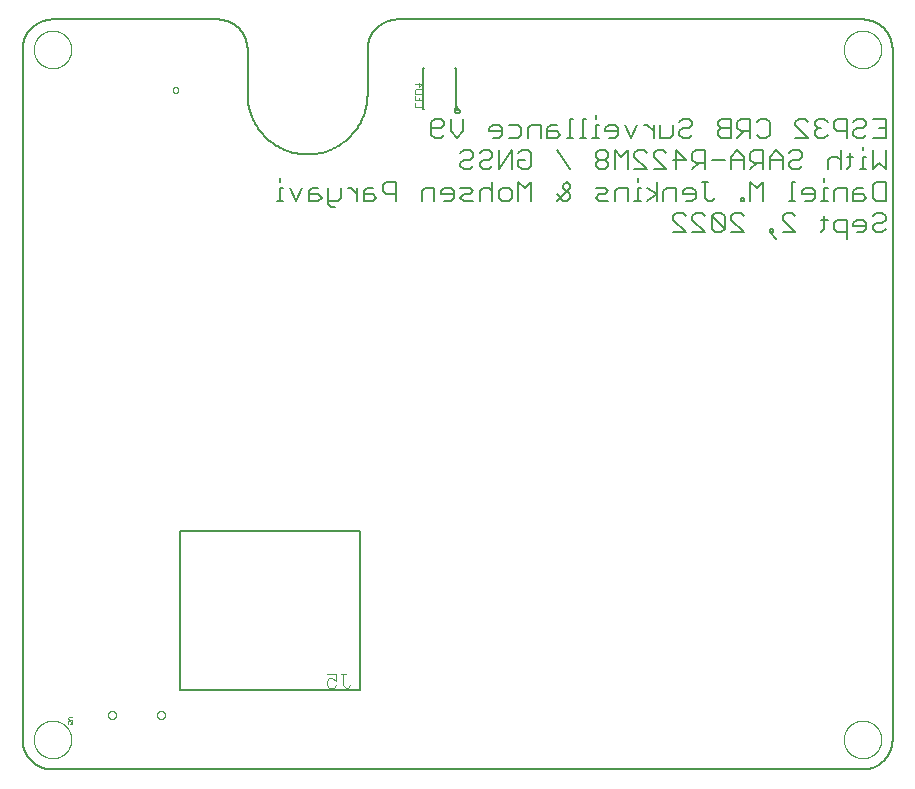
<source format=gbo>
G75*
%MOIN*%
%OFA0B0*%
%FSLAX25Y25*%
%IPPOS*%
%LPD*%
%AMOC8*
5,1,8,0,0,1.08239X$1,22.5*
%
%ADD10C,0.00100*%
%ADD11C,0.00000*%
%ADD12C,0.00500*%
%ADD13C,0.00600*%
%ADD14C,0.00200*%
%ADD15C,0.00787*%
%ADD16C,0.00400*%
D10*
X0017100Y0017674D02*
X0017350Y0017424D01*
X0017100Y0017674D02*
X0017100Y0018175D01*
X0017350Y0018425D01*
X0017851Y0018425D01*
X0018101Y0018175D01*
X0018101Y0017924D01*
X0017851Y0017424D01*
X0018601Y0017424D01*
X0018601Y0018425D01*
X0018601Y0018897D02*
X0017600Y0018897D01*
X0017100Y0019398D01*
X0017600Y0019898D01*
X0018601Y0019898D01*
D11*
X0005800Y0012374D02*
X0005802Y0012532D01*
X0005808Y0012689D01*
X0005818Y0012847D01*
X0005832Y0013004D01*
X0005850Y0013160D01*
X0005871Y0013317D01*
X0005897Y0013472D01*
X0005927Y0013627D01*
X0005960Y0013781D01*
X0005998Y0013934D01*
X0006039Y0014087D01*
X0006084Y0014238D01*
X0006133Y0014388D01*
X0006186Y0014536D01*
X0006242Y0014684D01*
X0006303Y0014829D01*
X0006366Y0014974D01*
X0006434Y0015116D01*
X0006505Y0015257D01*
X0006579Y0015396D01*
X0006657Y0015533D01*
X0006739Y0015668D01*
X0006823Y0015801D01*
X0006912Y0015932D01*
X0007003Y0016060D01*
X0007098Y0016187D01*
X0007195Y0016310D01*
X0007296Y0016432D01*
X0007400Y0016550D01*
X0007507Y0016666D01*
X0007617Y0016779D01*
X0007729Y0016890D01*
X0007845Y0016997D01*
X0007963Y0017102D01*
X0008083Y0017204D01*
X0008206Y0017302D01*
X0008332Y0017398D01*
X0008460Y0017490D01*
X0008590Y0017579D01*
X0008722Y0017665D01*
X0008857Y0017747D01*
X0008994Y0017826D01*
X0009132Y0017901D01*
X0009272Y0017973D01*
X0009415Y0018041D01*
X0009558Y0018106D01*
X0009704Y0018167D01*
X0009851Y0018224D01*
X0009999Y0018278D01*
X0010149Y0018328D01*
X0010299Y0018374D01*
X0010451Y0018416D01*
X0010604Y0018455D01*
X0010758Y0018489D01*
X0010913Y0018520D01*
X0011068Y0018546D01*
X0011224Y0018569D01*
X0011381Y0018588D01*
X0011538Y0018603D01*
X0011695Y0018614D01*
X0011853Y0018621D01*
X0012011Y0018624D01*
X0012168Y0018623D01*
X0012326Y0018618D01*
X0012483Y0018609D01*
X0012641Y0018596D01*
X0012797Y0018579D01*
X0012954Y0018558D01*
X0013109Y0018534D01*
X0013264Y0018505D01*
X0013419Y0018472D01*
X0013572Y0018436D01*
X0013725Y0018395D01*
X0013876Y0018351D01*
X0014026Y0018303D01*
X0014175Y0018252D01*
X0014323Y0018196D01*
X0014469Y0018137D01*
X0014614Y0018074D01*
X0014757Y0018007D01*
X0014898Y0017937D01*
X0015037Y0017864D01*
X0015175Y0017787D01*
X0015311Y0017706D01*
X0015444Y0017622D01*
X0015575Y0017535D01*
X0015704Y0017444D01*
X0015831Y0017350D01*
X0015956Y0017253D01*
X0016077Y0017153D01*
X0016197Y0017050D01*
X0016313Y0016944D01*
X0016427Y0016835D01*
X0016539Y0016723D01*
X0016647Y0016609D01*
X0016752Y0016491D01*
X0016855Y0016371D01*
X0016954Y0016249D01*
X0017050Y0016124D01*
X0017143Y0015996D01*
X0017233Y0015867D01*
X0017319Y0015735D01*
X0017403Y0015601D01*
X0017482Y0015465D01*
X0017559Y0015327D01*
X0017631Y0015187D01*
X0017700Y0015045D01*
X0017766Y0014902D01*
X0017828Y0014757D01*
X0017886Y0014610D01*
X0017941Y0014462D01*
X0017992Y0014313D01*
X0018039Y0014162D01*
X0018082Y0014011D01*
X0018121Y0013858D01*
X0018157Y0013704D01*
X0018188Y0013550D01*
X0018216Y0013395D01*
X0018240Y0013239D01*
X0018260Y0013082D01*
X0018276Y0012925D01*
X0018288Y0012768D01*
X0018296Y0012611D01*
X0018300Y0012453D01*
X0018300Y0012295D01*
X0018296Y0012137D01*
X0018288Y0011980D01*
X0018276Y0011823D01*
X0018260Y0011666D01*
X0018240Y0011509D01*
X0018216Y0011353D01*
X0018188Y0011198D01*
X0018157Y0011044D01*
X0018121Y0010890D01*
X0018082Y0010737D01*
X0018039Y0010586D01*
X0017992Y0010435D01*
X0017941Y0010286D01*
X0017886Y0010138D01*
X0017828Y0009991D01*
X0017766Y0009846D01*
X0017700Y0009703D01*
X0017631Y0009561D01*
X0017559Y0009421D01*
X0017482Y0009283D01*
X0017403Y0009147D01*
X0017319Y0009013D01*
X0017233Y0008881D01*
X0017143Y0008752D01*
X0017050Y0008624D01*
X0016954Y0008499D01*
X0016855Y0008377D01*
X0016752Y0008257D01*
X0016647Y0008139D01*
X0016539Y0008025D01*
X0016427Y0007913D01*
X0016313Y0007804D01*
X0016197Y0007698D01*
X0016077Y0007595D01*
X0015956Y0007495D01*
X0015831Y0007398D01*
X0015704Y0007304D01*
X0015575Y0007213D01*
X0015444Y0007126D01*
X0015311Y0007042D01*
X0015175Y0006961D01*
X0015037Y0006884D01*
X0014898Y0006811D01*
X0014757Y0006741D01*
X0014614Y0006674D01*
X0014469Y0006611D01*
X0014323Y0006552D01*
X0014175Y0006496D01*
X0014026Y0006445D01*
X0013876Y0006397D01*
X0013725Y0006353D01*
X0013572Y0006312D01*
X0013419Y0006276D01*
X0013264Y0006243D01*
X0013109Y0006214D01*
X0012954Y0006190D01*
X0012797Y0006169D01*
X0012641Y0006152D01*
X0012483Y0006139D01*
X0012326Y0006130D01*
X0012168Y0006125D01*
X0012011Y0006124D01*
X0011853Y0006127D01*
X0011695Y0006134D01*
X0011538Y0006145D01*
X0011381Y0006160D01*
X0011224Y0006179D01*
X0011068Y0006202D01*
X0010913Y0006228D01*
X0010758Y0006259D01*
X0010604Y0006293D01*
X0010451Y0006332D01*
X0010299Y0006374D01*
X0010149Y0006420D01*
X0009999Y0006470D01*
X0009851Y0006524D01*
X0009704Y0006581D01*
X0009558Y0006642D01*
X0009415Y0006707D01*
X0009272Y0006775D01*
X0009132Y0006847D01*
X0008994Y0006922D01*
X0008857Y0007001D01*
X0008722Y0007083D01*
X0008590Y0007169D01*
X0008460Y0007258D01*
X0008332Y0007350D01*
X0008206Y0007446D01*
X0008083Y0007544D01*
X0007963Y0007646D01*
X0007845Y0007751D01*
X0007729Y0007858D01*
X0007617Y0007969D01*
X0007507Y0008082D01*
X0007400Y0008198D01*
X0007296Y0008316D01*
X0007195Y0008438D01*
X0007098Y0008561D01*
X0007003Y0008688D01*
X0006912Y0008816D01*
X0006823Y0008947D01*
X0006739Y0009080D01*
X0006657Y0009215D01*
X0006579Y0009352D01*
X0006505Y0009491D01*
X0006434Y0009632D01*
X0006366Y0009774D01*
X0006303Y0009919D01*
X0006242Y0010064D01*
X0006186Y0010212D01*
X0006133Y0010360D01*
X0006084Y0010510D01*
X0006039Y0010661D01*
X0005998Y0010814D01*
X0005960Y0010967D01*
X0005927Y0011121D01*
X0005897Y0011276D01*
X0005871Y0011431D01*
X0005850Y0011588D01*
X0005832Y0011744D01*
X0005818Y0011901D01*
X0005808Y0012059D01*
X0005802Y0012216D01*
X0005800Y0012374D01*
X0030503Y0020520D02*
X0030505Y0020594D01*
X0030511Y0020668D01*
X0030521Y0020741D01*
X0030535Y0020814D01*
X0030552Y0020886D01*
X0030574Y0020956D01*
X0030599Y0021026D01*
X0030628Y0021094D01*
X0030661Y0021160D01*
X0030697Y0021225D01*
X0030737Y0021287D01*
X0030779Y0021348D01*
X0030825Y0021406D01*
X0030874Y0021461D01*
X0030926Y0021514D01*
X0030981Y0021564D01*
X0031038Y0021610D01*
X0031098Y0021654D01*
X0031160Y0021694D01*
X0031224Y0021731D01*
X0031290Y0021765D01*
X0031358Y0021795D01*
X0031427Y0021821D01*
X0031498Y0021844D01*
X0031569Y0021862D01*
X0031642Y0021877D01*
X0031715Y0021888D01*
X0031789Y0021895D01*
X0031863Y0021898D01*
X0031936Y0021897D01*
X0032010Y0021892D01*
X0032084Y0021883D01*
X0032157Y0021870D01*
X0032229Y0021853D01*
X0032300Y0021833D01*
X0032370Y0021808D01*
X0032438Y0021780D01*
X0032505Y0021749D01*
X0032570Y0021713D01*
X0032633Y0021675D01*
X0032694Y0021633D01*
X0032753Y0021587D01*
X0032809Y0021539D01*
X0032862Y0021488D01*
X0032912Y0021434D01*
X0032960Y0021377D01*
X0033004Y0021318D01*
X0033046Y0021256D01*
X0033084Y0021193D01*
X0033118Y0021127D01*
X0033149Y0021060D01*
X0033176Y0020991D01*
X0033199Y0020921D01*
X0033219Y0020850D01*
X0033235Y0020777D01*
X0033247Y0020704D01*
X0033255Y0020631D01*
X0033259Y0020557D01*
X0033259Y0020483D01*
X0033255Y0020409D01*
X0033247Y0020336D01*
X0033235Y0020263D01*
X0033219Y0020190D01*
X0033199Y0020119D01*
X0033176Y0020049D01*
X0033149Y0019980D01*
X0033118Y0019913D01*
X0033084Y0019847D01*
X0033046Y0019784D01*
X0033004Y0019722D01*
X0032960Y0019663D01*
X0032912Y0019606D01*
X0032862Y0019552D01*
X0032809Y0019501D01*
X0032753Y0019453D01*
X0032694Y0019407D01*
X0032633Y0019365D01*
X0032570Y0019327D01*
X0032505Y0019291D01*
X0032438Y0019260D01*
X0032370Y0019232D01*
X0032300Y0019207D01*
X0032229Y0019187D01*
X0032157Y0019170D01*
X0032084Y0019157D01*
X0032010Y0019148D01*
X0031936Y0019143D01*
X0031863Y0019142D01*
X0031789Y0019145D01*
X0031715Y0019152D01*
X0031642Y0019163D01*
X0031569Y0019178D01*
X0031498Y0019196D01*
X0031427Y0019219D01*
X0031358Y0019245D01*
X0031290Y0019275D01*
X0031224Y0019309D01*
X0031160Y0019346D01*
X0031098Y0019386D01*
X0031038Y0019430D01*
X0030981Y0019476D01*
X0030926Y0019526D01*
X0030874Y0019579D01*
X0030825Y0019634D01*
X0030779Y0019692D01*
X0030737Y0019753D01*
X0030697Y0019815D01*
X0030661Y0019880D01*
X0030628Y0019946D01*
X0030599Y0020014D01*
X0030574Y0020084D01*
X0030552Y0020154D01*
X0030535Y0020226D01*
X0030521Y0020299D01*
X0030511Y0020372D01*
X0030505Y0020446D01*
X0030503Y0020520D01*
X0046841Y0020520D02*
X0046843Y0020594D01*
X0046849Y0020668D01*
X0046859Y0020741D01*
X0046873Y0020814D01*
X0046890Y0020886D01*
X0046912Y0020956D01*
X0046937Y0021026D01*
X0046966Y0021094D01*
X0046999Y0021160D01*
X0047035Y0021225D01*
X0047075Y0021287D01*
X0047117Y0021348D01*
X0047163Y0021406D01*
X0047212Y0021461D01*
X0047264Y0021514D01*
X0047319Y0021564D01*
X0047376Y0021610D01*
X0047436Y0021654D01*
X0047498Y0021694D01*
X0047562Y0021731D01*
X0047628Y0021765D01*
X0047696Y0021795D01*
X0047765Y0021821D01*
X0047836Y0021844D01*
X0047907Y0021862D01*
X0047980Y0021877D01*
X0048053Y0021888D01*
X0048127Y0021895D01*
X0048201Y0021898D01*
X0048274Y0021897D01*
X0048348Y0021892D01*
X0048422Y0021883D01*
X0048495Y0021870D01*
X0048567Y0021853D01*
X0048638Y0021833D01*
X0048708Y0021808D01*
X0048776Y0021780D01*
X0048843Y0021749D01*
X0048908Y0021713D01*
X0048971Y0021675D01*
X0049032Y0021633D01*
X0049091Y0021587D01*
X0049147Y0021539D01*
X0049200Y0021488D01*
X0049250Y0021434D01*
X0049298Y0021377D01*
X0049342Y0021318D01*
X0049384Y0021256D01*
X0049422Y0021193D01*
X0049456Y0021127D01*
X0049487Y0021060D01*
X0049514Y0020991D01*
X0049537Y0020921D01*
X0049557Y0020850D01*
X0049573Y0020777D01*
X0049585Y0020704D01*
X0049593Y0020631D01*
X0049597Y0020557D01*
X0049597Y0020483D01*
X0049593Y0020409D01*
X0049585Y0020336D01*
X0049573Y0020263D01*
X0049557Y0020190D01*
X0049537Y0020119D01*
X0049514Y0020049D01*
X0049487Y0019980D01*
X0049456Y0019913D01*
X0049422Y0019847D01*
X0049384Y0019784D01*
X0049342Y0019722D01*
X0049298Y0019663D01*
X0049250Y0019606D01*
X0049200Y0019552D01*
X0049147Y0019501D01*
X0049091Y0019453D01*
X0049032Y0019407D01*
X0048971Y0019365D01*
X0048908Y0019327D01*
X0048843Y0019291D01*
X0048776Y0019260D01*
X0048708Y0019232D01*
X0048638Y0019207D01*
X0048567Y0019187D01*
X0048495Y0019170D01*
X0048422Y0019157D01*
X0048348Y0019148D01*
X0048274Y0019143D01*
X0048201Y0019142D01*
X0048127Y0019145D01*
X0048053Y0019152D01*
X0047980Y0019163D01*
X0047907Y0019178D01*
X0047836Y0019196D01*
X0047765Y0019219D01*
X0047696Y0019245D01*
X0047628Y0019275D01*
X0047562Y0019309D01*
X0047498Y0019346D01*
X0047436Y0019386D01*
X0047376Y0019430D01*
X0047319Y0019476D01*
X0047264Y0019526D01*
X0047212Y0019579D01*
X0047163Y0019634D01*
X0047117Y0019692D01*
X0047075Y0019753D01*
X0047035Y0019815D01*
X0046999Y0019880D01*
X0046966Y0019946D01*
X0046937Y0020014D01*
X0046912Y0020084D01*
X0046890Y0020154D01*
X0046873Y0020226D01*
X0046859Y0020299D01*
X0046849Y0020372D01*
X0046843Y0020446D01*
X0046841Y0020520D01*
X0275800Y0012374D02*
X0275802Y0012532D01*
X0275808Y0012689D01*
X0275818Y0012847D01*
X0275832Y0013004D01*
X0275850Y0013160D01*
X0275871Y0013317D01*
X0275897Y0013472D01*
X0275927Y0013627D01*
X0275960Y0013781D01*
X0275998Y0013934D01*
X0276039Y0014087D01*
X0276084Y0014238D01*
X0276133Y0014388D01*
X0276186Y0014536D01*
X0276242Y0014684D01*
X0276303Y0014829D01*
X0276366Y0014974D01*
X0276434Y0015116D01*
X0276505Y0015257D01*
X0276579Y0015396D01*
X0276657Y0015533D01*
X0276739Y0015668D01*
X0276823Y0015801D01*
X0276912Y0015932D01*
X0277003Y0016060D01*
X0277098Y0016187D01*
X0277195Y0016310D01*
X0277296Y0016432D01*
X0277400Y0016550D01*
X0277507Y0016666D01*
X0277617Y0016779D01*
X0277729Y0016890D01*
X0277845Y0016997D01*
X0277963Y0017102D01*
X0278083Y0017204D01*
X0278206Y0017302D01*
X0278332Y0017398D01*
X0278460Y0017490D01*
X0278590Y0017579D01*
X0278722Y0017665D01*
X0278857Y0017747D01*
X0278994Y0017826D01*
X0279132Y0017901D01*
X0279272Y0017973D01*
X0279415Y0018041D01*
X0279558Y0018106D01*
X0279704Y0018167D01*
X0279851Y0018224D01*
X0279999Y0018278D01*
X0280149Y0018328D01*
X0280299Y0018374D01*
X0280451Y0018416D01*
X0280604Y0018455D01*
X0280758Y0018489D01*
X0280913Y0018520D01*
X0281068Y0018546D01*
X0281224Y0018569D01*
X0281381Y0018588D01*
X0281538Y0018603D01*
X0281695Y0018614D01*
X0281853Y0018621D01*
X0282011Y0018624D01*
X0282168Y0018623D01*
X0282326Y0018618D01*
X0282483Y0018609D01*
X0282641Y0018596D01*
X0282797Y0018579D01*
X0282954Y0018558D01*
X0283109Y0018534D01*
X0283264Y0018505D01*
X0283419Y0018472D01*
X0283572Y0018436D01*
X0283725Y0018395D01*
X0283876Y0018351D01*
X0284026Y0018303D01*
X0284175Y0018252D01*
X0284323Y0018196D01*
X0284469Y0018137D01*
X0284614Y0018074D01*
X0284757Y0018007D01*
X0284898Y0017937D01*
X0285037Y0017864D01*
X0285175Y0017787D01*
X0285311Y0017706D01*
X0285444Y0017622D01*
X0285575Y0017535D01*
X0285704Y0017444D01*
X0285831Y0017350D01*
X0285956Y0017253D01*
X0286077Y0017153D01*
X0286197Y0017050D01*
X0286313Y0016944D01*
X0286427Y0016835D01*
X0286539Y0016723D01*
X0286647Y0016609D01*
X0286752Y0016491D01*
X0286855Y0016371D01*
X0286954Y0016249D01*
X0287050Y0016124D01*
X0287143Y0015996D01*
X0287233Y0015867D01*
X0287319Y0015735D01*
X0287403Y0015601D01*
X0287482Y0015465D01*
X0287559Y0015327D01*
X0287631Y0015187D01*
X0287700Y0015045D01*
X0287766Y0014902D01*
X0287828Y0014757D01*
X0287886Y0014610D01*
X0287941Y0014462D01*
X0287992Y0014313D01*
X0288039Y0014162D01*
X0288082Y0014011D01*
X0288121Y0013858D01*
X0288157Y0013704D01*
X0288188Y0013550D01*
X0288216Y0013395D01*
X0288240Y0013239D01*
X0288260Y0013082D01*
X0288276Y0012925D01*
X0288288Y0012768D01*
X0288296Y0012611D01*
X0288300Y0012453D01*
X0288300Y0012295D01*
X0288296Y0012137D01*
X0288288Y0011980D01*
X0288276Y0011823D01*
X0288260Y0011666D01*
X0288240Y0011509D01*
X0288216Y0011353D01*
X0288188Y0011198D01*
X0288157Y0011044D01*
X0288121Y0010890D01*
X0288082Y0010737D01*
X0288039Y0010586D01*
X0287992Y0010435D01*
X0287941Y0010286D01*
X0287886Y0010138D01*
X0287828Y0009991D01*
X0287766Y0009846D01*
X0287700Y0009703D01*
X0287631Y0009561D01*
X0287559Y0009421D01*
X0287482Y0009283D01*
X0287403Y0009147D01*
X0287319Y0009013D01*
X0287233Y0008881D01*
X0287143Y0008752D01*
X0287050Y0008624D01*
X0286954Y0008499D01*
X0286855Y0008377D01*
X0286752Y0008257D01*
X0286647Y0008139D01*
X0286539Y0008025D01*
X0286427Y0007913D01*
X0286313Y0007804D01*
X0286197Y0007698D01*
X0286077Y0007595D01*
X0285956Y0007495D01*
X0285831Y0007398D01*
X0285704Y0007304D01*
X0285575Y0007213D01*
X0285444Y0007126D01*
X0285311Y0007042D01*
X0285175Y0006961D01*
X0285037Y0006884D01*
X0284898Y0006811D01*
X0284757Y0006741D01*
X0284614Y0006674D01*
X0284469Y0006611D01*
X0284323Y0006552D01*
X0284175Y0006496D01*
X0284026Y0006445D01*
X0283876Y0006397D01*
X0283725Y0006353D01*
X0283572Y0006312D01*
X0283419Y0006276D01*
X0283264Y0006243D01*
X0283109Y0006214D01*
X0282954Y0006190D01*
X0282797Y0006169D01*
X0282641Y0006152D01*
X0282483Y0006139D01*
X0282326Y0006130D01*
X0282168Y0006125D01*
X0282011Y0006124D01*
X0281853Y0006127D01*
X0281695Y0006134D01*
X0281538Y0006145D01*
X0281381Y0006160D01*
X0281224Y0006179D01*
X0281068Y0006202D01*
X0280913Y0006228D01*
X0280758Y0006259D01*
X0280604Y0006293D01*
X0280451Y0006332D01*
X0280299Y0006374D01*
X0280149Y0006420D01*
X0279999Y0006470D01*
X0279851Y0006524D01*
X0279704Y0006581D01*
X0279558Y0006642D01*
X0279415Y0006707D01*
X0279272Y0006775D01*
X0279132Y0006847D01*
X0278994Y0006922D01*
X0278857Y0007001D01*
X0278722Y0007083D01*
X0278590Y0007169D01*
X0278460Y0007258D01*
X0278332Y0007350D01*
X0278206Y0007446D01*
X0278083Y0007544D01*
X0277963Y0007646D01*
X0277845Y0007751D01*
X0277729Y0007858D01*
X0277617Y0007969D01*
X0277507Y0008082D01*
X0277400Y0008198D01*
X0277296Y0008316D01*
X0277195Y0008438D01*
X0277098Y0008561D01*
X0277003Y0008688D01*
X0276912Y0008816D01*
X0276823Y0008947D01*
X0276739Y0009080D01*
X0276657Y0009215D01*
X0276579Y0009352D01*
X0276505Y0009491D01*
X0276434Y0009632D01*
X0276366Y0009774D01*
X0276303Y0009919D01*
X0276242Y0010064D01*
X0276186Y0010212D01*
X0276133Y0010360D01*
X0276084Y0010510D01*
X0276039Y0010661D01*
X0275998Y0010814D01*
X0275960Y0010967D01*
X0275927Y0011121D01*
X0275897Y0011276D01*
X0275871Y0011431D01*
X0275850Y0011588D01*
X0275832Y0011744D01*
X0275818Y0011901D01*
X0275808Y0012059D01*
X0275802Y0012216D01*
X0275800Y0012374D01*
X0052066Y0228917D02*
X0052068Y0228979D01*
X0052074Y0229042D01*
X0052084Y0229103D01*
X0052098Y0229164D01*
X0052115Y0229224D01*
X0052136Y0229283D01*
X0052162Y0229340D01*
X0052190Y0229395D01*
X0052222Y0229449D01*
X0052258Y0229500D01*
X0052296Y0229550D01*
X0052338Y0229596D01*
X0052382Y0229640D01*
X0052430Y0229681D01*
X0052479Y0229719D01*
X0052531Y0229753D01*
X0052585Y0229784D01*
X0052641Y0229812D01*
X0052699Y0229836D01*
X0052758Y0229857D01*
X0052818Y0229873D01*
X0052879Y0229886D01*
X0052941Y0229895D01*
X0053003Y0229900D01*
X0053066Y0229901D01*
X0053128Y0229898D01*
X0053190Y0229891D01*
X0053252Y0229880D01*
X0053312Y0229865D01*
X0053372Y0229847D01*
X0053430Y0229825D01*
X0053487Y0229799D01*
X0053542Y0229769D01*
X0053595Y0229736D01*
X0053646Y0229700D01*
X0053694Y0229661D01*
X0053740Y0229618D01*
X0053783Y0229573D01*
X0053823Y0229525D01*
X0053860Y0229475D01*
X0053894Y0229422D01*
X0053925Y0229368D01*
X0053951Y0229312D01*
X0053975Y0229254D01*
X0053994Y0229194D01*
X0054010Y0229134D01*
X0054022Y0229072D01*
X0054030Y0229011D01*
X0054034Y0228948D01*
X0054034Y0228886D01*
X0054030Y0228823D01*
X0054022Y0228762D01*
X0054010Y0228700D01*
X0053994Y0228640D01*
X0053975Y0228580D01*
X0053951Y0228522D01*
X0053925Y0228466D01*
X0053894Y0228412D01*
X0053860Y0228359D01*
X0053823Y0228309D01*
X0053783Y0228261D01*
X0053740Y0228216D01*
X0053694Y0228173D01*
X0053646Y0228134D01*
X0053595Y0228098D01*
X0053542Y0228065D01*
X0053487Y0228035D01*
X0053430Y0228009D01*
X0053372Y0227987D01*
X0053312Y0227969D01*
X0053252Y0227954D01*
X0053190Y0227943D01*
X0053128Y0227936D01*
X0053066Y0227933D01*
X0053003Y0227934D01*
X0052941Y0227939D01*
X0052879Y0227948D01*
X0052818Y0227961D01*
X0052758Y0227977D01*
X0052699Y0227998D01*
X0052641Y0228022D01*
X0052585Y0228050D01*
X0052531Y0228081D01*
X0052479Y0228115D01*
X0052430Y0228153D01*
X0052382Y0228194D01*
X0052338Y0228238D01*
X0052296Y0228284D01*
X0052258Y0228334D01*
X0052222Y0228385D01*
X0052190Y0228439D01*
X0052162Y0228494D01*
X0052136Y0228551D01*
X0052115Y0228610D01*
X0052098Y0228670D01*
X0052084Y0228731D01*
X0052074Y0228792D01*
X0052068Y0228855D01*
X0052066Y0228917D01*
X0005800Y0242374D02*
X0005802Y0242532D01*
X0005808Y0242689D01*
X0005818Y0242847D01*
X0005832Y0243004D01*
X0005850Y0243160D01*
X0005871Y0243317D01*
X0005897Y0243472D01*
X0005927Y0243627D01*
X0005960Y0243781D01*
X0005998Y0243934D01*
X0006039Y0244087D01*
X0006084Y0244238D01*
X0006133Y0244388D01*
X0006186Y0244536D01*
X0006242Y0244684D01*
X0006303Y0244829D01*
X0006366Y0244974D01*
X0006434Y0245116D01*
X0006505Y0245257D01*
X0006579Y0245396D01*
X0006657Y0245533D01*
X0006739Y0245668D01*
X0006823Y0245801D01*
X0006912Y0245932D01*
X0007003Y0246060D01*
X0007098Y0246187D01*
X0007195Y0246310D01*
X0007296Y0246432D01*
X0007400Y0246550D01*
X0007507Y0246666D01*
X0007617Y0246779D01*
X0007729Y0246890D01*
X0007845Y0246997D01*
X0007963Y0247102D01*
X0008083Y0247204D01*
X0008206Y0247302D01*
X0008332Y0247398D01*
X0008460Y0247490D01*
X0008590Y0247579D01*
X0008722Y0247665D01*
X0008857Y0247747D01*
X0008994Y0247826D01*
X0009132Y0247901D01*
X0009272Y0247973D01*
X0009415Y0248041D01*
X0009558Y0248106D01*
X0009704Y0248167D01*
X0009851Y0248224D01*
X0009999Y0248278D01*
X0010149Y0248328D01*
X0010299Y0248374D01*
X0010451Y0248416D01*
X0010604Y0248455D01*
X0010758Y0248489D01*
X0010913Y0248520D01*
X0011068Y0248546D01*
X0011224Y0248569D01*
X0011381Y0248588D01*
X0011538Y0248603D01*
X0011695Y0248614D01*
X0011853Y0248621D01*
X0012011Y0248624D01*
X0012168Y0248623D01*
X0012326Y0248618D01*
X0012483Y0248609D01*
X0012641Y0248596D01*
X0012797Y0248579D01*
X0012954Y0248558D01*
X0013109Y0248534D01*
X0013264Y0248505D01*
X0013419Y0248472D01*
X0013572Y0248436D01*
X0013725Y0248395D01*
X0013876Y0248351D01*
X0014026Y0248303D01*
X0014175Y0248252D01*
X0014323Y0248196D01*
X0014469Y0248137D01*
X0014614Y0248074D01*
X0014757Y0248007D01*
X0014898Y0247937D01*
X0015037Y0247864D01*
X0015175Y0247787D01*
X0015311Y0247706D01*
X0015444Y0247622D01*
X0015575Y0247535D01*
X0015704Y0247444D01*
X0015831Y0247350D01*
X0015956Y0247253D01*
X0016077Y0247153D01*
X0016197Y0247050D01*
X0016313Y0246944D01*
X0016427Y0246835D01*
X0016539Y0246723D01*
X0016647Y0246609D01*
X0016752Y0246491D01*
X0016855Y0246371D01*
X0016954Y0246249D01*
X0017050Y0246124D01*
X0017143Y0245996D01*
X0017233Y0245867D01*
X0017319Y0245735D01*
X0017403Y0245601D01*
X0017482Y0245465D01*
X0017559Y0245327D01*
X0017631Y0245187D01*
X0017700Y0245045D01*
X0017766Y0244902D01*
X0017828Y0244757D01*
X0017886Y0244610D01*
X0017941Y0244462D01*
X0017992Y0244313D01*
X0018039Y0244162D01*
X0018082Y0244011D01*
X0018121Y0243858D01*
X0018157Y0243704D01*
X0018188Y0243550D01*
X0018216Y0243395D01*
X0018240Y0243239D01*
X0018260Y0243082D01*
X0018276Y0242925D01*
X0018288Y0242768D01*
X0018296Y0242611D01*
X0018300Y0242453D01*
X0018300Y0242295D01*
X0018296Y0242137D01*
X0018288Y0241980D01*
X0018276Y0241823D01*
X0018260Y0241666D01*
X0018240Y0241509D01*
X0018216Y0241353D01*
X0018188Y0241198D01*
X0018157Y0241044D01*
X0018121Y0240890D01*
X0018082Y0240737D01*
X0018039Y0240586D01*
X0017992Y0240435D01*
X0017941Y0240286D01*
X0017886Y0240138D01*
X0017828Y0239991D01*
X0017766Y0239846D01*
X0017700Y0239703D01*
X0017631Y0239561D01*
X0017559Y0239421D01*
X0017482Y0239283D01*
X0017403Y0239147D01*
X0017319Y0239013D01*
X0017233Y0238881D01*
X0017143Y0238752D01*
X0017050Y0238624D01*
X0016954Y0238499D01*
X0016855Y0238377D01*
X0016752Y0238257D01*
X0016647Y0238139D01*
X0016539Y0238025D01*
X0016427Y0237913D01*
X0016313Y0237804D01*
X0016197Y0237698D01*
X0016077Y0237595D01*
X0015956Y0237495D01*
X0015831Y0237398D01*
X0015704Y0237304D01*
X0015575Y0237213D01*
X0015444Y0237126D01*
X0015311Y0237042D01*
X0015175Y0236961D01*
X0015037Y0236884D01*
X0014898Y0236811D01*
X0014757Y0236741D01*
X0014614Y0236674D01*
X0014469Y0236611D01*
X0014323Y0236552D01*
X0014175Y0236496D01*
X0014026Y0236445D01*
X0013876Y0236397D01*
X0013725Y0236353D01*
X0013572Y0236312D01*
X0013419Y0236276D01*
X0013264Y0236243D01*
X0013109Y0236214D01*
X0012954Y0236190D01*
X0012797Y0236169D01*
X0012641Y0236152D01*
X0012483Y0236139D01*
X0012326Y0236130D01*
X0012168Y0236125D01*
X0012011Y0236124D01*
X0011853Y0236127D01*
X0011695Y0236134D01*
X0011538Y0236145D01*
X0011381Y0236160D01*
X0011224Y0236179D01*
X0011068Y0236202D01*
X0010913Y0236228D01*
X0010758Y0236259D01*
X0010604Y0236293D01*
X0010451Y0236332D01*
X0010299Y0236374D01*
X0010149Y0236420D01*
X0009999Y0236470D01*
X0009851Y0236524D01*
X0009704Y0236581D01*
X0009558Y0236642D01*
X0009415Y0236707D01*
X0009272Y0236775D01*
X0009132Y0236847D01*
X0008994Y0236922D01*
X0008857Y0237001D01*
X0008722Y0237083D01*
X0008590Y0237169D01*
X0008460Y0237258D01*
X0008332Y0237350D01*
X0008206Y0237446D01*
X0008083Y0237544D01*
X0007963Y0237646D01*
X0007845Y0237751D01*
X0007729Y0237858D01*
X0007617Y0237969D01*
X0007507Y0238082D01*
X0007400Y0238198D01*
X0007296Y0238316D01*
X0007195Y0238438D01*
X0007098Y0238561D01*
X0007003Y0238688D01*
X0006912Y0238816D01*
X0006823Y0238947D01*
X0006739Y0239080D01*
X0006657Y0239215D01*
X0006579Y0239352D01*
X0006505Y0239491D01*
X0006434Y0239632D01*
X0006366Y0239774D01*
X0006303Y0239919D01*
X0006242Y0240064D01*
X0006186Y0240212D01*
X0006133Y0240360D01*
X0006084Y0240510D01*
X0006039Y0240661D01*
X0005998Y0240814D01*
X0005960Y0240967D01*
X0005927Y0241121D01*
X0005897Y0241276D01*
X0005871Y0241431D01*
X0005850Y0241588D01*
X0005832Y0241744D01*
X0005818Y0241901D01*
X0005808Y0242059D01*
X0005802Y0242216D01*
X0005800Y0242374D01*
X0275800Y0242374D02*
X0275802Y0242532D01*
X0275808Y0242689D01*
X0275818Y0242847D01*
X0275832Y0243004D01*
X0275850Y0243160D01*
X0275871Y0243317D01*
X0275897Y0243472D01*
X0275927Y0243627D01*
X0275960Y0243781D01*
X0275998Y0243934D01*
X0276039Y0244087D01*
X0276084Y0244238D01*
X0276133Y0244388D01*
X0276186Y0244536D01*
X0276242Y0244684D01*
X0276303Y0244829D01*
X0276366Y0244974D01*
X0276434Y0245116D01*
X0276505Y0245257D01*
X0276579Y0245396D01*
X0276657Y0245533D01*
X0276739Y0245668D01*
X0276823Y0245801D01*
X0276912Y0245932D01*
X0277003Y0246060D01*
X0277098Y0246187D01*
X0277195Y0246310D01*
X0277296Y0246432D01*
X0277400Y0246550D01*
X0277507Y0246666D01*
X0277617Y0246779D01*
X0277729Y0246890D01*
X0277845Y0246997D01*
X0277963Y0247102D01*
X0278083Y0247204D01*
X0278206Y0247302D01*
X0278332Y0247398D01*
X0278460Y0247490D01*
X0278590Y0247579D01*
X0278722Y0247665D01*
X0278857Y0247747D01*
X0278994Y0247826D01*
X0279132Y0247901D01*
X0279272Y0247973D01*
X0279415Y0248041D01*
X0279558Y0248106D01*
X0279704Y0248167D01*
X0279851Y0248224D01*
X0279999Y0248278D01*
X0280149Y0248328D01*
X0280299Y0248374D01*
X0280451Y0248416D01*
X0280604Y0248455D01*
X0280758Y0248489D01*
X0280913Y0248520D01*
X0281068Y0248546D01*
X0281224Y0248569D01*
X0281381Y0248588D01*
X0281538Y0248603D01*
X0281695Y0248614D01*
X0281853Y0248621D01*
X0282011Y0248624D01*
X0282168Y0248623D01*
X0282326Y0248618D01*
X0282483Y0248609D01*
X0282641Y0248596D01*
X0282797Y0248579D01*
X0282954Y0248558D01*
X0283109Y0248534D01*
X0283264Y0248505D01*
X0283419Y0248472D01*
X0283572Y0248436D01*
X0283725Y0248395D01*
X0283876Y0248351D01*
X0284026Y0248303D01*
X0284175Y0248252D01*
X0284323Y0248196D01*
X0284469Y0248137D01*
X0284614Y0248074D01*
X0284757Y0248007D01*
X0284898Y0247937D01*
X0285037Y0247864D01*
X0285175Y0247787D01*
X0285311Y0247706D01*
X0285444Y0247622D01*
X0285575Y0247535D01*
X0285704Y0247444D01*
X0285831Y0247350D01*
X0285956Y0247253D01*
X0286077Y0247153D01*
X0286197Y0247050D01*
X0286313Y0246944D01*
X0286427Y0246835D01*
X0286539Y0246723D01*
X0286647Y0246609D01*
X0286752Y0246491D01*
X0286855Y0246371D01*
X0286954Y0246249D01*
X0287050Y0246124D01*
X0287143Y0245996D01*
X0287233Y0245867D01*
X0287319Y0245735D01*
X0287403Y0245601D01*
X0287482Y0245465D01*
X0287559Y0245327D01*
X0287631Y0245187D01*
X0287700Y0245045D01*
X0287766Y0244902D01*
X0287828Y0244757D01*
X0287886Y0244610D01*
X0287941Y0244462D01*
X0287992Y0244313D01*
X0288039Y0244162D01*
X0288082Y0244011D01*
X0288121Y0243858D01*
X0288157Y0243704D01*
X0288188Y0243550D01*
X0288216Y0243395D01*
X0288240Y0243239D01*
X0288260Y0243082D01*
X0288276Y0242925D01*
X0288288Y0242768D01*
X0288296Y0242611D01*
X0288300Y0242453D01*
X0288300Y0242295D01*
X0288296Y0242137D01*
X0288288Y0241980D01*
X0288276Y0241823D01*
X0288260Y0241666D01*
X0288240Y0241509D01*
X0288216Y0241353D01*
X0288188Y0241198D01*
X0288157Y0241044D01*
X0288121Y0240890D01*
X0288082Y0240737D01*
X0288039Y0240586D01*
X0287992Y0240435D01*
X0287941Y0240286D01*
X0287886Y0240138D01*
X0287828Y0239991D01*
X0287766Y0239846D01*
X0287700Y0239703D01*
X0287631Y0239561D01*
X0287559Y0239421D01*
X0287482Y0239283D01*
X0287403Y0239147D01*
X0287319Y0239013D01*
X0287233Y0238881D01*
X0287143Y0238752D01*
X0287050Y0238624D01*
X0286954Y0238499D01*
X0286855Y0238377D01*
X0286752Y0238257D01*
X0286647Y0238139D01*
X0286539Y0238025D01*
X0286427Y0237913D01*
X0286313Y0237804D01*
X0286197Y0237698D01*
X0286077Y0237595D01*
X0285956Y0237495D01*
X0285831Y0237398D01*
X0285704Y0237304D01*
X0285575Y0237213D01*
X0285444Y0237126D01*
X0285311Y0237042D01*
X0285175Y0236961D01*
X0285037Y0236884D01*
X0284898Y0236811D01*
X0284757Y0236741D01*
X0284614Y0236674D01*
X0284469Y0236611D01*
X0284323Y0236552D01*
X0284175Y0236496D01*
X0284026Y0236445D01*
X0283876Y0236397D01*
X0283725Y0236353D01*
X0283572Y0236312D01*
X0283419Y0236276D01*
X0283264Y0236243D01*
X0283109Y0236214D01*
X0282954Y0236190D01*
X0282797Y0236169D01*
X0282641Y0236152D01*
X0282483Y0236139D01*
X0282326Y0236130D01*
X0282168Y0236125D01*
X0282011Y0236124D01*
X0281853Y0236127D01*
X0281695Y0236134D01*
X0281538Y0236145D01*
X0281381Y0236160D01*
X0281224Y0236179D01*
X0281068Y0236202D01*
X0280913Y0236228D01*
X0280758Y0236259D01*
X0280604Y0236293D01*
X0280451Y0236332D01*
X0280299Y0236374D01*
X0280149Y0236420D01*
X0279999Y0236470D01*
X0279851Y0236524D01*
X0279704Y0236581D01*
X0279558Y0236642D01*
X0279415Y0236707D01*
X0279272Y0236775D01*
X0279132Y0236847D01*
X0278994Y0236922D01*
X0278857Y0237001D01*
X0278722Y0237083D01*
X0278590Y0237169D01*
X0278460Y0237258D01*
X0278332Y0237350D01*
X0278206Y0237446D01*
X0278083Y0237544D01*
X0277963Y0237646D01*
X0277845Y0237751D01*
X0277729Y0237858D01*
X0277617Y0237969D01*
X0277507Y0238082D01*
X0277400Y0238198D01*
X0277296Y0238316D01*
X0277195Y0238438D01*
X0277098Y0238561D01*
X0277003Y0238688D01*
X0276912Y0238816D01*
X0276823Y0238947D01*
X0276739Y0239080D01*
X0276657Y0239215D01*
X0276579Y0239352D01*
X0276505Y0239491D01*
X0276434Y0239632D01*
X0276366Y0239774D01*
X0276303Y0239919D01*
X0276242Y0240064D01*
X0276186Y0240212D01*
X0276133Y0240360D01*
X0276084Y0240510D01*
X0276039Y0240661D01*
X0275998Y0240814D01*
X0275960Y0240967D01*
X0275927Y0241121D01*
X0275897Y0241276D01*
X0275871Y0241431D01*
X0275850Y0241588D01*
X0275832Y0241744D01*
X0275818Y0241901D01*
X0275808Y0242059D01*
X0275802Y0242216D01*
X0275800Y0242374D01*
D12*
X0282050Y0002374D02*
X0012050Y0002374D01*
X0011808Y0002377D01*
X0011567Y0002386D01*
X0011326Y0002400D01*
X0011085Y0002421D01*
X0010845Y0002447D01*
X0010605Y0002479D01*
X0010366Y0002517D01*
X0010129Y0002560D01*
X0009892Y0002610D01*
X0009657Y0002665D01*
X0009423Y0002725D01*
X0009191Y0002792D01*
X0008960Y0002863D01*
X0008731Y0002941D01*
X0008504Y0003024D01*
X0008279Y0003112D01*
X0008056Y0003206D01*
X0007836Y0003305D01*
X0007618Y0003410D01*
X0007403Y0003519D01*
X0007190Y0003634D01*
X0006980Y0003754D01*
X0006774Y0003879D01*
X0006570Y0004009D01*
X0006369Y0004144D01*
X0006172Y0004284D01*
X0005978Y0004428D01*
X0005788Y0004577D01*
X0005602Y0004731D01*
X0005419Y0004889D01*
X0005240Y0005051D01*
X0005065Y0005218D01*
X0004894Y0005389D01*
X0004727Y0005564D01*
X0004565Y0005743D01*
X0004407Y0005926D01*
X0004253Y0006112D01*
X0004104Y0006302D01*
X0003960Y0006496D01*
X0003820Y0006693D01*
X0003685Y0006894D01*
X0003555Y0007098D01*
X0003430Y0007304D01*
X0003310Y0007514D01*
X0003195Y0007727D01*
X0003086Y0007942D01*
X0002981Y0008160D01*
X0002882Y0008380D01*
X0002788Y0008603D01*
X0002700Y0008828D01*
X0002617Y0009055D01*
X0002539Y0009284D01*
X0002468Y0009515D01*
X0002401Y0009747D01*
X0002341Y0009981D01*
X0002286Y0010216D01*
X0002236Y0010453D01*
X0002193Y0010690D01*
X0002155Y0010929D01*
X0002123Y0011169D01*
X0002097Y0011409D01*
X0002076Y0011650D01*
X0002062Y0011891D01*
X0002053Y0012132D01*
X0002050Y0012374D01*
X0002050Y0242374D01*
X0002053Y0242616D01*
X0002062Y0242857D01*
X0002076Y0243098D01*
X0002097Y0243339D01*
X0002123Y0243579D01*
X0002155Y0243819D01*
X0002193Y0244058D01*
X0002236Y0244295D01*
X0002286Y0244532D01*
X0002341Y0244767D01*
X0002401Y0245001D01*
X0002468Y0245233D01*
X0002539Y0245464D01*
X0002617Y0245693D01*
X0002700Y0245920D01*
X0002788Y0246145D01*
X0002882Y0246368D01*
X0002981Y0246588D01*
X0003086Y0246806D01*
X0003195Y0247021D01*
X0003310Y0247234D01*
X0003430Y0247444D01*
X0003555Y0247650D01*
X0003685Y0247854D01*
X0003820Y0248055D01*
X0003960Y0248252D01*
X0004104Y0248446D01*
X0004253Y0248636D01*
X0004407Y0248822D01*
X0004565Y0249005D01*
X0004727Y0249184D01*
X0004894Y0249359D01*
X0005065Y0249530D01*
X0005240Y0249697D01*
X0005419Y0249859D01*
X0005602Y0250017D01*
X0005788Y0250171D01*
X0005978Y0250320D01*
X0006172Y0250464D01*
X0006369Y0250604D01*
X0006570Y0250739D01*
X0006774Y0250869D01*
X0006980Y0250994D01*
X0007190Y0251114D01*
X0007403Y0251229D01*
X0007618Y0251338D01*
X0007836Y0251443D01*
X0008056Y0251542D01*
X0008279Y0251636D01*
X0008504Y0251724D01*
X0008731Y0251807D01*
X0008960Y0251885D01*
X0009191Y0251956D01*
X0009423Y0252023D01*
X0009657Y0252083D01*
X0009892Y0252138D01*
X0010129Y0252188D01*
X0010366Y0252231D01*
X0010605Y0252269D01*
X0010845Y0252301D01*
X0011085Y0252327D01*
X0011326Y0252348D01*
X0011567Y0252362D01*
X0011808Y0252371D01*
X0012050Y0252374D01*
X0067050Y0252374D01*
X0067292Y0252371D01*
X0067533Y0252362D01*
X0067774Y0252348D01*
X0068015Y0252327D01*
X0068255Y0252301D01*
X0068495Y0252269D01*
X0068734Y0252231D01*
X0068971Y0252188D01*
X0069208Y0252138D01*
X0069443Y0252083D01*
X0069677Y0252023D01*
X0069909Y0251956D01*
X0070140Y0251885D01*
X0070369Y0251807D01*
X0070596Y0251724D01*
X0070821Y0251636D01*
X0071044Y0251542D01*
X0071264Y0251443D01*
X0071482Y0251338D01*
X0071697Y0251229D01*
X0071910Y0251114D01*
X0072120Y0250994D01*
X0072326Y0250869D01*
X0072530Y0250739D01*
X0072731Y0250604D01*
X0072928Y0250464D01*
X0073122Y0250320D01*
X0073312Y0250171D01*
X0073498Y0250017D01*
X0073681Y0249859D01*
X0073860Y0249697D01*
X0074035Y0249530D01*
X0074206Y0249359D01*
X0074373Y0249184D01*
X0074535Y0249005D01*
X0074693Y0248822D01*
X0074847Y0248636D01*
X0074996Y0248446D01*
X0075140Y0248252D01*
X0075280Y0248055D01*
X0075415Y0247854D01*
X0075545Y0247650D01*
X0075670Y0247444D01*
X0075790Y0247234D01*
X0075905Y0247021D01*
X0076014Y0246806D01*
X0076119Y0246588D01*
X0076218Y0246368D01*
X0076312Y0246145D01*
X0076400Y0245920D01*
X0076483Y0245693D01*
X0076561Y0245464D01*
X0076632Y0245233D01*
X0076699Y0245001D01*
X0076759Y0244767D01*
X0076814Y0244532D01*
X0076864Y0244295D01*
X0076907Y0244058D01*
X0076945Y0243819D01*
X0076977Y0243579D01*
X0077003Y0243339D01*
X0077024Y0243098D01*
X0077038Y0242857D01*
X0077047Y0242616D01*
X0077050Y0242374D01*
X0077050Y0227374D01*
X0077056Y0226887D01*
X0077074Y0226400D01*
X0077103Y0225914D01*
X0077145Y0225429D01*
X0077198Y0224945D01*
X0077263Y0224462D01*
X0077340Y0223981D01*
X0077428Y0223502D01*
X0077528Y0223025D01*
X0077640Y0222551D01*
X0077763Y0222080D01*
X0077898Y0221612D01*
X0078044Y0221147D01*
X0078201Y0220686D01*
X0078370Y0220229D01*
X0078549Y0219777D01*
X0078740Y0219328D01*
X0078941Y0218885D01*
X0079153Y0218446D01*
X0079376Y0218013D01*
X0079609Y0217586D01*
X0079853Y0217164D01*
X0080106Y0216748D01*
X0080370Y0216339D01*
X0080644Y0215936D01*
X0080927Y0215540D01*
X0081220Y0215151D01*
X0081522Y0214769D01*
X0081834Y0214394D01*
X0082155Y0214028D01*
X0082484Y0213669D01*
X0082822Y0213318D01*
X0083169Y0212976D01*
X0083523Y0212642D01*
X0083886Y0212317D01*
X0084257Y0212001D01*
X0084635Y0211694D01*
X0085020Y0211396D01*
X0085413Y0211108D01*
X0085812Y0210830D01*
X0086219Y0210561D01*
X0086631Y0210302D01*
X0087050Y0210053D01*
X0087475Y0209815D01*
X0087905Y0209587D01*
X0088341Y0209370D01*
X0088782Y0209163D01*
X0089228Y0208967D01*
X0089678Y0208782D01*
X0090133Y0208608D01*
X0090592Y0208445D01*
X0091055Y0208294D01*
X0091522Y0208153D01*
X0091991Y0208024D01*
X0092464Y0207907D01*
X0092939Y0207801D01*
X0093417Y0207707D01*
X0093897Y0207624D01*
X0094379Y0207553D01*
X0094863Y0207494D01*
X0095347Y0207447D01*
X0095833Y0207411D01*
X0096320Y0207387D01*
X0096806Y0207375D01*
X0097294Y0207375D01*
X0097780Y0207387D01*
X0098267Y0207411D01*
X0098753Y0207447D01*
X0099237Y0207494D01*
X0099721Y0207553D01*
X0100203Y0207624D01*
X0100683Y0207707D01*
X0101161Y0207801D01*
X0101636Y0207907D01*
X0102109Y0208024D01*
X0102578Y0208153D01*
X0103045Y0208294D01*
X0103508Y0208445D01*
X0103967Y0208608D01*
X0104422Y0208782D01*
X0104872Y0208967D01*
X0105318Y0209163D01*
X0105759Y0209370D01*
X0106195Y0209587D01*
X0106625Y0209815D01*
X0107050Y0210053D01*
X0107469Y0210302D01*
X0107881Y0210561D01*
X0108288Y0210830D01*
X0108687Y0211108D01*
X0109080Y0211396D01*
X0109465Y0211694D01*
X0109843Y0212001D01*
X0110214Y0212317D01*
X0110577Y0212642D01*
X0110931Y0212976D01*
X0111278Y0213318D01*
X0111616Y0213669D01*
X0111945Y0214028D01*
X0112266Y0214394D01*
X0112578Y0214769D01*
X0112880Y0215151D01*
X0113173Y0215540D01*
X0113456Y0215936D01*
X0113730Y0216339D01*
X0113994Y0216748D01*
X0114247Y0217164D01*
X0114491Y0217586D01*
X0114724Y0218013D01*
X0114947Y0218446D01*
X0115159Y0218885D01*
X0115360Y0219328D01*
X0115551Y0219777D01*
X0115730Y0220229D01*
X0115899Y0220686D01*
X0116056Y0221147D01*
X0116202Y0221612D01*
X0116337Y0222080D01*
X0116460Y0222551D01*
X0116572Y0223025D01*
X0116672Y0223502D01*
X0116760Y0223981D01*
X0116837Y0224462D01*
X0116902Y0224945D01*
X0116955Y0225429D01*
X0116997Y0225914D01*
X0117026Y0226400D01*
X0117044Y0226887D01*
X0117050Y0227374D01*
X0117050Y0242374D01*
X0117053Y0242616D01*
X0117062Y0242857D01*
X0117076Y0243098D01*
X0117097Y0243339D01*
X0117123Y0243579D01*
X0117155Y0243819D01*
X0117193Y0244058D01*
X0117236Y0244295D01*
X0117286Y0244532D01*
X0117341Y0244767D01*
X0117401Y0245001D01*
X0117468Y0245233D01*
X0117539Y0245464D01*
X0117617Y0245693D01*
X0117700Y0245920D01*
X0117788Y0246145D01*
X0117882Y0246368D01*
X0117981Y0246588D01*
X0118086Y0246806D01*
X0118195Y0247021D01*
X0118310Y0247234D01*
X0118430Y0247444D01*
X0118555Y0247650D01*
X0118685Y0247854D01*
X0118820Y0248055D01*
X0118960Y0248252D01*
X0119104Y0248446D01*
X0119253Y0248636D01*
X0119407Y0248822D01*
X0119565Y0249005D01*
X0119727Y0249184D01*
X0119894Y0249359D01*
X0120065Y0249530D01*
X0120240Y0249697D01*
X0120419Y0249859D01*
X0120602Y0250017D01*
X0120788Y0250171D01*
X0120978Y0250320D01*
X0121172Y0250464D01*
X0121369Y0250604D01*
X0121570Y0250739D01*
X0121774Y0250869D01*
X0121980Y0250994D01*
X0122190Y0251114D01*
X0122403Y0251229D01*
X0122618Y0251338D01*
X0122836Y0251443D01*
X0123056Y0251542D01*
X0123279Y0251636D01*
X0123504Y0251724D01*
X0123731Y0251807D01*
X0123960Y0251885D01*
X0124191Y0251956D01*
X0124423Y0252023D01*
X0124657Y0252083D01*
X0124892Y0252138D01*
X0125129Y0252188D01*
X0125366Y0252231D01*
X0125605Y0252269D01*
X0125845Y0252301D01*
X0126085Y0252327D01*
X0126326Y0252348D01*
X0126567Y0252362D01*
X0126808Y0252371D01*
X0127050Y0252374D01*
X0282050Y0252374D01*
X0282292Y0252371D01*
X0282533Y0252362D01*
X0282774Y0252348D01*
X0283015Y0252327D01*
X0283255Y0252301D01*
X0283495Y0252269D01*
X0283734Y0252231D01*
X0283971Y0252188D01*
X0284208Y0252138D01*
X0284443Y0252083D01*
X0284677Y0252023D01*
X0284909Y0251956D01*
X0285140Y0251885D01*
X0285369Y0251807D01*
X0285596Y0251724D01*
X0285821Y0251636D01*
X0286044Y0251542D01*
X0286264Y0251443D01*
X0286482Y0251338D01*
X0286697Y0251229D01*
X0286910Y0251114D01*
X0287120Y0250994D01*
X0287326Y0250869D01*
X0287530Y0250739D01*
X0287731Y0250604D01*
X0287928Y0250464D01*
X0288122Y0250320D01*
X0288312Y0250171D01*
X0288498Y0250017D01*
X0288681Y0249859D01*
X0288860Y0249697D01*
X0289035Y0249530D01*
X0289206Y0249359D01*
X0289373Y0249184D01*
X0289535Y0249005D01*
X0289693Y0248822D01*
X0289847Y0248636D01*
X0289996Y0248446D01*
X0290140Y0248252D01*
X0290280Y0248055D01*
X0290415Y0247854D01*
X0290545Y0247650D01*
X0290670Y0247444D01*
X0290790Y0247234D01*
X0290905Y0247021D01*
X0291014Y0246806D01*
X0291119Y0246588D01*
X0291218Y0246368D01*
X0291312Y0246145D01*
X0291400Y0245920D01*
X0291483Y0245693D01*
X0291561Y0245464D01*
X0291632Y0245233D01*
X0291699Y0245001D01*
X0291759Y0244767D01*
X0291814Y0244532D01*
X0291864Y0244295D01*
X0291907Y0244058D01*
X0291945Y0243819D01*
X0291977Y0243579D01*
X0292003Y0243339D01*
X0292024Y0243098D01*
X0292038Y0242857D01*
X0292047Y0242616D01*
X0292050Y0242374D01*
X0292050Y0012374D01*
X0292047Y0012132D01*
X0292038Y0011891D01*
X0292024Y0011650D01*
X0292003Y0011409D01*
X0291977Y0011169D01*
X0291945Y0010929D01*
X0291907Y0010690D01*
X0291864Y0010453D01*
X0291814Y0010216D01*
X0291759Y0009981D01*
X0291699Y0009747D01*
X0291632Y0009515D01*
X0291561Y0009284D01*
X0291483Y0009055D01*
X0291400Y0008828D01*
X0291312Y0008603D01*
X0291218Y0008380D01*
X0291119Y0008160D01*
X0291014Y0007942D01*
X0290905Y0007727D01*
X0290790Y0007514D01*
X0290670Y0007304D01*
X0290545Y0007098D01*
X0290415Y0006894D01*
X0290280Y0006693D01*
X0290140Y0006496D01*
X0289996Y0006302D01*
X0289847Y0006112D01*
X0289693Y0005926D01*
X0289535Y0005743D01*
X0289373Y0005564D01*
X0289206Y0005389D01*
X0289035Y0005218D01*
X0288860Y0005051D01*
X0288681Y0004889D01*
X0288498Y0004731D01*
X0288312Y0004577D01*
X0288122Y0004428D01*
X0287928Y0004284D01*
X0287731Y0004144D01*
X0287530Y0004009D01*
X0287326Y0003879D01*
X0287120Y0003754D01*
X0286910Y0003634D01*
X0286697Y0003519D01*
X0286482Y0003410D01*
X0286264Y0003305D01*
X0286044Y0003206D01*
X0285821Y0003112D01*
X0285596Y0003024D01*
X0285369Y0002941D01*
X0285140Y0002863D01*
X0284909Y0002792D01*
X0284677Y0002725D01*
X0284443Y0002665D01*
X0284208Y0002610D01*
X0283971Y0002560D01*
X0283734Y0002517D01*
X0283495Y0002479D01*
X0283255Y0002447D01*
X0283015Y0002421D01*
X0282774Y0002400D01*
X0282533Y0002386D01*
X0282292Y0002377D01*
X0282050Y0002374D01*
X0114668Y0028996D02*
X0054432Y0028996D01*
X0054432Y0081752D01*
X0114668Y0081752D01*
X0114668Y0028996D01*
X0135538Y0222681D02*
X0135932Y0222681D01*
X0135538Y0222681D02*
X0135538Y0236067D01*
X0135932Y0236067D01*
X0146168Y0236067D02*
X0146562Y0236067D01*
X0146562Y0223469D01*
X0146956Y0223469D01*
X0146956Y0223075D01*
X0146956Y0222287D01*
X0146168Y0222287D01*
X0146168Y0222681D01*
X0146562Y0223075D01*
X0146956Y0223469D01*
X0146956Y0223075D02*
X0146562Y0223075D01*
X0146562Y0222681D01*
X0146168Y0222681D01*
X0146562Y0223075D02*
X0146562Y0223469D01*
X0146169Y0221894D02*
X0146171Y0221950D01*
X0146177Y0222005D01*
X0146187Y0222059D01*
X0146200Y0222113D01*
X0146218Y0222166D01*
X0146239Y0222217D01*
X0146263Y0222267D01*
X0146291Y0222315D01*
X0146323Y0222361D01*
X0146357Y0222405D01*
X0146395Y0222446D01*
X0146435Y0222484D01*
X0146478Y0222519D01*
X0146523Y0222551D01*
X0146571Y0222580D01*
X0146620Y0222606D01*
X0146671Y0222628D01*
X0146723Y0222646D01*
X0146777Y0222660D01*
X0146832Y0222671D01*
X0146887Y0222678D01*
X0146942Y0222681D01*
X0146998Y0222680D01*
X0147053Y0222675D01*
X0147108Y0222666D01*
X0147162Y0222654D01*
X0147215Y0222637D01*
X0147267Y0222617D01*
X0147317Y0222593D01*
X0147365Y0222566D01*
X0147412Y0222536D01*
X0147456Y0222502D01*
X0147498Y0222465D01*
X0147536Y0222425D01*
X0147573Y0222383D01*
X0147606Y0222338D01*
X0147635Y0222292D01*
X0147662Y0222243D01*
X0147684Y0222192D01*
X0147704Y0222140D01*
X0147719Y0222086D01*
X0147731Y0222032D01*
X0147739Y0221977D01*
X0147743Y0221922D01*
X0147743Y0221866D01*
X0147739Y0221811D01*
X0147731Y0221756D01*
X0147719Y0221702D01*
X0147704Y0221648D01*
X0147684Y0221596D01*
X0147662Y0221545D01*
X0147635Y0221496D01*
X0147606Y0221450D01*
X0147573Y0221405D01*
X0147536Y0221363D01*
X0147498Y0221323D01*
X0147456Y0221286D01*
X0147412Y0221252D01*
X0147365Y0221222D01*
X0147317Y0221195D01*
X0147267Y0221171D01*
X0147215Y0221151D01*
X0147162Y0221134D01*
X0147108Y0221122D01*
X0147053Y0221113D01*
X0146998Y0221108D01*
X0146942Y0221107D01*
X0146887Y0221110D01*
X0146832Y0221117D01*
X0146777Y0221128D01*
X0146723Y0221142D01*
X0146671Y0221160D01*
X0146620Y0221182D01*
X0146571Y0221208D01*
X0146523Y0221237D01*
X0146478Y0221269D01*
X0146435Y0221304D01*
X0146395Y0221342D01*
X0146357Y0221383D01*
X0146323Y0221427D01*
X0146291Y0221473D01*
X0146263Y0221521D01*
X0146239Y0221571D01*
X0146218Y0221622D01*
X0146200Y0221675D01*
X0146187Y0221729D01*
X0146177Y0221783D01*
X0146171Y0221838D01*
X0146169Y0221894D01*
D13*
X0144753Y0219312D02*
X0144753Y0215041D01*
X0146888Y0212906D01*
X0149023Y0215041D01*
X0149023Y0219312D01*
X0142578Y0218244D02*
X0142578Y0217177D01*
X0141510Y0216109D01*
X0138308Y0216109D01*
X0138308Y0213974D02*
X0138308Y0218244D01*
X0139375Y0219312D01*
X0141510Y0219312D01*
X0142578Y0218244D01*
X0142578Y0213974D02*
X0141510Y0212906D01*
X0139375Y0212906D01*
X0138308Y0213974D01*
X0147976Y0207744D02*
X0149043Y0208812D01*
X0151178Y0208812D01*
X0152246Y0207744D01*
X0152246Y0206677D01*
X0151178Y0205609D01*
X0149043Y0205609D01*
X0147976Y0204541D01*
X0147976Y0203474D01*
X0149043Y0202406D01*
X0151178Y0202406D01*
X0152246Y0203474D01*
X0154421Y0203474D02*
X0154421Y0204541D01*
X0155489Y0205609D01*
X0157624Y0205609D01*
X0158692Y0206677D01*
X0158692Y0207744D01*
X0157624Y0208812D01*
X0155489Y0208812D01*
X0154421Y0207744D01*
X0154421Y0203474D02*
X0155489Y0202406D01*
X0157624Y0202406D01*
X0158692Y0203474D01*
X0160867Y0202406D02*
X0160867Y0208812D01*
X0160847Y0212906D02*
X0158712Y0212906D01*
X0160847Y0212906D02*
X0161914Y0213974D01*
X0161914Y0216109D01*
X0160847Y0217177D01*
X0158712Y0217177D01*
X0157644Y0216109D01*
X0157644Y0215041D01*
X0161914Y0215041D01*
X0164089Y0212906D02*
X0167292Y0212906D01*
X0168360Y0213974D01*
X0168360Y0216109D01*
X0167292Y0217177D01*
X0164089Y0217177D01*
X0170535Y0216109D02*
X0170535Y0212906D01*
X0170535Y0216109D02*
X0171603Y0217177D01*
X0174805Y0217177D01*
X0174805Y0212906D01*
X0176980Y0212906D02*
X0176980Y0216109D01*
X0178048Y0217177D01*
X0180183Y0217177D01*
X0180183Y0215041D02*
X0176980Y0215041D01*
X0176980Y0212906D02*
X0180183Y0212906D01*
X0181251Y0213974D01*
X0180183Y0215041D01*
X0183413Y0212906D02*
X0185548Y0212906D01*
X0184480Y0212906D02*
X0184480Y0219312D01*
X0185548Y0219312D01*
X0188777Y0219312D02*
X0188777Y0212906D01*
X0187710Y0212906D02*
X0189845Y0212906D01*
X0192007Y0212906D02*
X0194142Y0212906D01*
X0193074Y0212906D02*
X0193074Y0217177D01*
X0194142Y0217177D01*
X0193074Y0219312D02*
X0193074Y0220379D01*
X0189845Y0219312D02*
X0188777Y0219312D01*
X0196317Y0216109D02*
X0196317Y0215041D01*
X0200587Y0215041D01*
X0200587Y0213974D02*
X0200587Y0216109D01*
X0199520Y0217177D01*
X0197385Y0217177D01*
X0196317Y0216109D01*
X0197385Y0212906D02*
X0199520Y0212906D01*
X0200587Y0213974D01*
X0202762Y0217177D02*
X0204898Y0212906D01*
X0207033Y0217177D01*
X0209201Y0217177D02*
X0210269Y0217177D01*
X0212404Y0215041D01*
X0212404Y0212906D02*
X0212404Y0217177D01*
X0214579Y0217177D02*
X0214579Y0212906D01*
X0217782Y0212906D01*
X0218850Y0213974D01*
X0218850Y0217177D01*
X0221025Y0218244D02*
X0222092Y0219312D01*
X0224227Y0219312D01*
X0225295Y0218244D01*
X0225295Y0217177D01*
X0224227Y0216109D01*
X0222092Y0216109D01*
X0221025Y0215041D01*
X0221025Y0213974D01*
X0222092Y0212906D01*
X0224227Y0212906D01*
X0225295Y0213974D01*
X0226389Y0208812D02*
X0225322Y0207744D01*
X0225322Y0205609D01*
X0226389Y0204541D01*
X0229592Y0204541D01*
X0229592Y0202406D02*
X0229592Y0208812D01*
X0226389Y0208812D01*
X0227457Y0204541D02*
X0225322Y0202406D01*
X0223147Y0205609D02*
X0218876Y0205609D01*
X0216701Y0207744D02*
X0215633Y0208812D01*
X0213498Y0208812D01*
X0212431Y0207744D01*
X0212431Y0206677D01*
X0216701Y0202406D01*
X0212431Y0202406D01*
X0210256Y0202406D02*
X0205985Y0206677D01*
X0205985Y0207744D01*
X0207053Y0208812D01*
X0209188Y0208812D01*
X0210256Y0207744D01*
X0210256Y0202406D02*
X0205985Y0202406D01*
X0203810Y0202406D02*
X0203810Y0208812D01*
X0201675Y0206677D01*
X0199540Y0208812D01*
X0199540Y0202406D01*
X0197365Y0203474D02*
X0197365Y0204541D01*
X0196297Y0205609D01*
X0194162Y0205609D01*
X0193094Y0204541D01*
X0193094Y0203474D01*
X0194162Y0202406D01*
X0196297Y0202406D01*
X0197365Y0203474D01*
X0196297Y0205609D02*
X0197365Y0206677D01*
X0197365Y0207744D01*
X0196297Y0208812D01*
X0194162Y0208812D01*
X0193094Y0207744D01*
X0193094Y0206677D01*
X0194162Y0205609D01*
X0184474Y0202406D02*
X0180203Y0208812D01*
X0171583Y0207744D02*
X0171583Y0203474D01*
X0170515Y0202406D01*
X0168380Y0202406D01*
X0167312Y0203474D01*
X0167312Y0205609D01*
X0169447Y0205609D01*
X0167312Y0207744D02*
X0168380Y0208812D01*
X0170515Y0208812D01*
X0171583Y0207744D01*
X0165137Y0208812D02*
X0165137Y0202406D01*
X0160867Y0202406D02*
X0165137Y0208812D01*
X0167312Y0198312D02*
X0167312Y0191906D01*
X0165137Y0192974D02*
X0164069Y0191906D01*
X0161934Y0191906D01*
X0160867Y0192974D01*
X0160867Y0195109D01*
X0161934Y0196177D01*
X0164069Y0196177D01*
X0165137Y0195109D01*
X0165137Y0192974D01*
X0169447Y0196177D02*
X0167312Y0198312D01*
X0169447Y0196177D02*
X0171583Y0198312D01*
X0171583Y0191906D01*
X0180203Y0191906D02*
X0184474Y0196177D01*
X0184474Y0197244D01*
X0183406Y0198312D01*
X0182338Y0197244D01*
X0182338Y0196177D01*
X0184474Y0194041D01*
X0184474Y0192974D01*
X0183406Y0191906D01*
X0182338Y0191906D01*
X0180203Y0194041D01*
X0193094Y0192974D02*
X0194162Y0194041D01*
X0196297Y0194041D01*
X0197365Y0195109D01*
X0196297Y0196177D01*
X0193094Y0196177D01*
X0193094Y0192974D02*
X0194162Y0191906D01*
X0197365Y0191906D01*
X0199540Y0191906D02*
X0199540Y0195109D01*
X0200607Y0196177D01*
X0203810Y0196177D01*
X0203810Y0191906D01*
X0205972Y0191906D02*
X0208107Y0191906D01*
X0207039Y0191906D02*
X0207039Y0196177D01*
X0208107Y0196177D01*
X0210276Y0196177D02*
X0213478Y0194041D01*
X0210276Y0191906D01*
X0213478Y0191906D02*
X0213478Y0198312D01*
X0215653Y0195109D02*
X0215653Y0191906D01*
X0215653Y0195109D02*
X0216721Y0196177D01*
X0219924Y0196177D01*
X0219924Y0191906D01*
X0222099Y0194041D02*
X0226369Y0194041D01*
X0226369Y0192974D02*
X0226369Y0195109D01*
X0225302Y0196177D01*
X0223167Y0196177D01*
X0222099Y0195109D01*
X0222099Y0194041D01*
X0223167Y0191906D02*
X0225302Y0191906D01*
X0226369Y0192974D01*
X0229612Y0192974D02*
X0229612Y0198312D01*
X0230680Y0198312D02*
X0228544Y0198312D01*
X0229612Y0192974D02*
X0230680Y0191906D01*
X0231747Y0191906D01*
X0232815Y0192974D01*
X0232835Y0187812D02*
X0231767Y0186744D01*
X0236038Y0182474D01*
X0234970Y0181406D01*
X0232835Y0181406D01*
X0231767Y0182474D01*
X0231767Y0186744D01*
X0232835Y0187812D02*
X0234970Y0187812D01*
X0236038Y0186744D01*
X0236038Y0182474D01*
X0238213Y0181406D02*
X0242483Y0181406D01*
X0238213Y0185677D01*
X0238213Y0186744D01*
X0239280Y0187812D01*
X0241415Y0187812D01*
X0242483Y0186744D01*
X0242483Y0191906D02*
X0241415Y0191906D01*
X0241415Y0192974D01*
X0242483Y0192974D01*
X0242483Y0191906D01*
X0244658Y0191906D02*
X0244658Y0198312D01*
X0246793Y0196177D01*
X0248929Y0198312D01*
X0248929Y0191906D01*
X0255401Y0186744D02*
X0256468Y0187812D01*
X0258603Y0187812D01*
X0259671Y0186744D01*
X0255401Y0186744D02*
X0255401Y0185677D01*
X0259671Y0181406D01*
X0255401Y0181406D01*
X0253226Y0179271D02*
X0251090Y0181406D01*
X0252158Y0181406D01*
X0252158Y0182474D01*
X0251090Y0182474D01*
X0251090Y0181406D01*
X0257536Y0191906D02*
X0259671Y0191906D01*
X0258603Y0191906D02*
X0258603Y0198312D01*
X0259671Y0198312D01*
X0261846Y0195109D02*
X0261846Y0194041D01*
X0266117Y0194041D01*
X0266117Y0192974D02*
X0266117Y0195109D01*
X0265049Y0196177D01*
X0262914Y0196177D01*
X0261846Y0195109D01*
X0262914Y0191906D02*
X0265049Y0191906D01*
X0266117Y0192974D01*
X0268278Y0191906D02*
X0270414Y0191906D01*
X0269346Y0191906D02*
X0269346Y0196177D01*
X0270414Y0196177D01*
X0269346Y0198312D02*
X0269346Y0199379D01*
X0270440Y0202406D02*
X0270440Y0205609D01*
X0271508Y0206677D01*
X0273643Y0206677D01*
X0274711Y0205609D01*
X0276872Y0206677D02*
X0279008Y0206677D01*
X0277940Y0207744D02*
X0277940Y0203474D01*
X0276872Y0202406D01*
X0274711Y0202406D02*
X0274711Y0208812D01*
X0276859Y0212906D02*
X0276859Y0219312D01*
X0273656Y0219312D01*
X0272589Y0218244D01*
X0272589Y0216109D01*
X0273656Y0215041D01*
X0276859Y0215041D01*
X0279034Y0215041D02*
X0279034Y0213974D01*
X0280102Y0212906D01*
X0282237Y0212906D01*
X0283305Y0213974D01*
X0282237Y0216109D02*
X0280102Y0216109D01*
X0279034Y0215041D01*
X0279034Y0218244D02*
X0280102Y0219312D01*
X0282237Y0219312D01*
X0283305Y0218244D01*
X0283305Y0217177D01*
X0282237Y0216109D01*
X0285480Y0212906D02*
X0289750Y0212906D01*
X0289750Y0219312D01*
X0285480Y0219312D01*
X0287615Y0216109D02*
X0289750Y0216109D01*
X0289750Y0208812D02*
X0289750Y0202406D01*
X0287615Y0204541D01*
X0285480Y0202406D01*
X0285480Y0208812D01*
X0283305Y0206677D02*
X0282237Y0206677D01*
X0282237Y0202406D01*
X0283305Y0202406D02*
X0281169Y0202406D01*
X0282237Y0208812D02*
X0282237Y0209879D01*
X0270414Y0213974D02*
X0269346Y0212906D01*
X0267211Y0212906D01*
X0266143Y0213974D01*
X0266143Y0215041D01*
X0267211Y0216109D01*
X0268278Y0216109D01*
X0267211Y0216109D02*
X0266143Y0217177D01*
X0266143Y0218244D01*
X0267211Y0219312D01*
X0269346Y0219312D01*
X0270414Y0218244D01*
X0263968Y0218244D02*
X0262900Y0219312D01*
X0260765Y0219312D01*
X0259698Y0218244D01*
X0259698Y0217177D01*
X0263968Y0212906D01*
X0259698Y0212906D01*
X0260752Y0208812D02*
X0258617Y0208812D01*
X0257549Y0207744D01*
X0258617Y0205609D02*
X0257549Y0204541D01*
X0257549Y0203474D01*
X0258617Y0202406D01*
X0260752Y0202406D01*
X0261820Y0203474D01*
X0260752Y0205609D02*
X0258617Y0205609D01*
X0260752Y0205609D02*
X0261820Y0206677D01*
X0261820Y0207744D01*
X0260752Y0208812D01*
X0255374Y0206677D02*
X0255374Y0202406D01*
X0255374Y0205609D02*
X0251104Y0205609D01*
X0251104Y0206677D02*
X0251104Y0202406D01*
X0248929Y0202406D02*
X0248929Y0208812D01*
X0245726Y0208812D01*
X0244658Y0207744D01*
X0244658Y0205609D01*
X0245726Y0204541D01*
X0248929Y0204541D01*
X0246793Y0204541D02*
X0244658Y0202406D01*
X0242483Y0202406D02*
X0242483Y0206677D01*
X0240348Y0208812D01*
X0238213Y0206677D01*
X0238213Y0202406D01*
X0238213Y0205609D02*
X0242483Y0205609D01*
X0236038Y0205609D02*
X0231767Y0205609D01*
X0234983Y0212906D02*
X0238186Y0212906D01*
X0238186Y0219312D01*
X0234983Y0219312D01*
X0233916Y0218244D01*
X0233916Y0217177D01*
X0234983Y0216109D01*
X0238186Y0216109D01*
X0240361Y0216109D02*
X0240361Y0218244D01*
X0241429Y0219312D01*
X0244632Y0219312D01*
X0244632Y0212906D01*
X0244632Y0215041D02*
X0241429Y0215041D01*
X0240361Y0216109D01*
X0242496Y0215041D02*
X0240361Y0212906D01*
X0234983Y0212906D02*
X0233916Y0213974D01*
X0233916Y0215041D01*
X0234983Y0216109D01*
X0246807Y0213974D02*
X0247874Y0212906D01*
X0250009Y0212906D01*
X0251077Y0213974D01*
X0251077Y0218244D01*
X0250009Y0219312D01*
X0247874Y0219312D01*
X0246807Y0218244D01*
X0253239Y0208812D02*
X0251104Y0206677D01*
X0253239Y0208812D02*
X0255374Y0206677D01*
X0272589Y0195109D02*
X0272589Y0191906D01*
X0272589Y0195109D02*
X0273656Y0196177D01*
X0276859Y0196177D01*
X0276859Y0191906D01*
X0279034Y0191906D02*
X0279034Y0195109D01*
X0280102Y0196177D01*
X0282237Y0196177D01*
X0282237Y0194041D02*
X0279034Y0194041D01*
X0279034Y0191906D02*
X0282237Y0191906D01*
X0283305Y0192974D01*
X0282237Y0194041D01*
X0285480Y0192974D02*
X0285480Y0197244D01*
X0286547Y0198312D01*
X0289750Y0198312D01*
X0289750Y0191906D01*
X0286547Y0191906D01*
X0285480Y0192974D01*
X0286547Y0187812D02*
X0285480Y0186744D01*
X0286547Y0187812D02*
X0288682Y0187812D01*
X0289750Y0186744D01*
X0289750Y0185677D01*
X0288682Y0184609D01*
X0286547Y0184609D01*
X0285480Y0183541D01*
X0285480Y0182474D01*
X0286547Y0181406D01*
X0288682Y0181406D01*
X0289750Y0182474D01*
X0283305Y0182474D02*
X0283305Y0184609D01*
X0282237Y0185677D01*
X0280102Y0185677D01*
X0279034Y0184609D01*
X0279034Y0183541D01*
X0283305Y0183541D01*
X0283305Y0182474D02*
X0282237Y0181406D01*
X0280102Y0181406D01*
X0276859Y0181406D02*
X0273656Y0181406D01*
X0272589Y0182474D01*
X0272589Y0184609D01*
X0273656Y0185677D01*
X0276859Y0185677D01*
X0276859Y0179271D01*
X0269346Y0182474D02*
X0268278Y0181406D01*
X0269346Y0182474D02*
X0269346Y0186744D01*
X0270414Y0185677D02*
X0268278Y0185677D01*
X0229592Y0186744D02*
X0228524Y0187812D01*
X0226389Y0187812D01*
X0225322Y0186744D01*
X0225322Y0185677D01*
X0229592Y0181406D01*
X0225322Y0181406D01*
X0223147Y0181406D02*
X0218876Y0185677D01*
X0218876Y0186744D01*
X0219944Y0187812D01*
X0222079Y0187812D01*
X0223147Y0186744D01*
X0223147Y0181406D02*
X0218876Y0181406D01*
X0207039Y0198312D02*
X0207039Y0199379D01*
X0219944Y0202406D02*
X0219944Y0208812D01*
X0223147Y0205609D01*
X0158692Y0198312D02*
X0158692Y0191906D01*
X0158692Y0195109D02*
X0157624Y0196177D01*
X0155489Y0196177D01*
X0154421Y0195109D01*
X0154421Y0191906D01*
X0152246Y0191906D02*
X0149043Y0191906D01*
X0147976Y0192974D01*
X0149043Y0194041D01*
X0151178Y0194041D01*
X0152246Y0195109D01*
X0151178Y0196177D01*
X0147976Y0196177D01*
X0145801Y0195109D02*
X0145801Y0192974D01*
X0144733Y0191906D01*
X0142598Y0191906D01*
X0141530Y0194041D02*
X0145801Y0194041D01*
X0145801Y0195109D02*
X0144733Y0196177D01*
X0142598Y0196177D01*
X0141530Y0195109D01*
X0141530Y0194041D01*
X0139355Y0191906D02*
X0139355Y0196177D01*
X0136152Y0196177D01*
X0135085Y0195109D01*
X0135085Y0191906D01*
X0126464Y0191906D02*
X0126464Y0198312D01*
X0123261Y0198312D01*
X0122194Y0197244D01*
X0122194Y0195109D01*
X0123261Y0194041D01*
X0126464Y0194041D01*
X0120019Y0192974D02*
X0118951Y0194041D01*
X0115748Y0194041D01*
X0115748Y0195109D02*
X0115748Y0191906D01*
X0118951Y0191906D01*
X0120019Y0192974D01*
X0118951Y0196177D02*
X0116816Y0196177D01*
X0115748Y0195109D01*
X0113573Y0194041D02*
X0111438Y0196177D01*
X0110370Y0196177D01*
X0108202Y0196177D02*
X0108202Y0192974D01*
X0107134Y0191906D01*
X0103932Y0191906D01*
X0103932Y0190839D02*
X0104999Y0189771D01*
X0106067Y0189771D01*
X0103932Y0190839D02*
X0103932Y0196177D01*
X0100689Y0196177D02*
X0098554Y0196177D01*
X0097486Y0195109D01*
X0097486Y0191906D01*
X0100689Y0191906D01*
X0101756Y0192974D01*
X0100689Y0194041D01*
X0097486Y0194041D01*
X0095311Y0196177D02*
X0093176Y0191906D01*
X0091041Y0196177D01*
X0088865Y0196177D02*
X0087798Y0196177D01*
X0087798Y0191906D01*
X0088865Y0191906D02*
X0086730Y0191906D01*
X0087798Y0198312D02*
X0087798Y0199379D01*
X0113573Y0196177D02*
X0113573Y0191906D01*
D14*
X0132951Y0223221D02*
X0132951Y0224689D01*
X0132951Y0225431D02*
X0132951Y0226899D01*
X0132951Y0227641D02*
X0132951Y0228742D01*
X0133318Y0229109D01*
X0134786Y0229109D01*
X0135153Y0228742D01*
X0135153Y0227641D01*
X0132951Y0227641D01*
X0134052Y0226165D02*
X0134052Y0225431D01*
X0135153Y0225431D02*
X0132951Y0225431D01*
X0135153Y0225431D02*
X0135153Y0226899D01*
X0134052Y0229851D02*
X0134052Y0231319D01*
X0135153Y0230952D02*
X0134052Y0229851D01*
X0132951Y0230952D02*
X0135153Y0230952D01*
X0135153Y0223221D02*
X0132951Y0223221D01*
D15*
X0114668Y0079390D02*
X0114668Y0031358D01*
X0054432Y0033327D02*
X0054432Y0079390D01*
D16*
X0103566Y0034255D02*
X0106635Y0034255D01*
X0106635Y0031953D01*
X0105101Y0032721D01*
X0104333Y0032721D01*
X0103566Y0031953D01*
X0103566Y0030419D01*
X0104333Y0029651D01*
X0105868Y0029651D01*
X0106635Y0030419D01*
X0108937Y0030419D02*
X0108937Y0034255D01*
X0108170Y0034255D02*
X0109705Y0034255D01*
X0108937Y0030419D02*
X0109705Y0029651D01*
X0110472Y0029651D01*
X0111239Y0030419D01*
M02*

</source>
